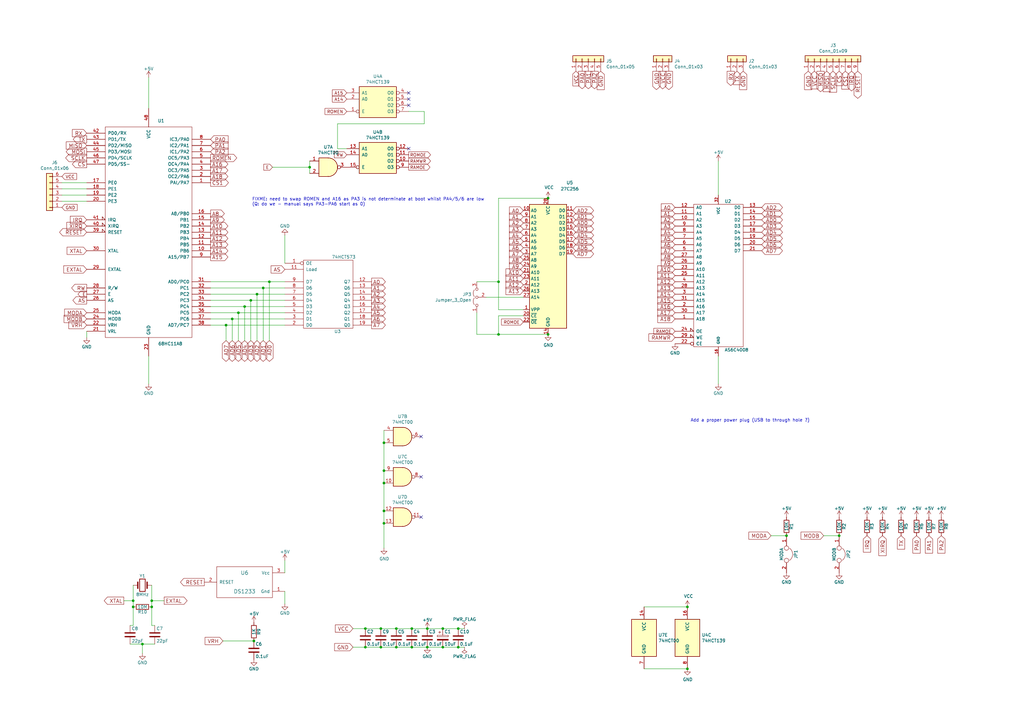
<source format=kicad_sch>
(kicad_sch (version 20211123) (generator eeschema)
  (paper "A3")
  (junction (at 149.86 257.81))
  (junction (at 100.33 125.73))
  (junction (at 162.56 265.43))
  (junction (at 104.14 262.89))
  (junction (at 157.48 198.12))
  (junction (at 110.49 115.57))
  (junction (at 181.61 265.43))
  (junction (at 105.41 120.65))
  (junction (at 156.21 257.81))
  (junction (at 97.79 128.27))
  (junction (at 149.86 265.43))
  (junction (at 157.48 209.55))
  (junction (at 157.48 214.63))
  (junction (at 102.87 123.19))
  (junction (at 175.26 265.43))
  (junction (at 224.79 137.16))
  (junction (at 157.48 181.61))
  (junction (at 54.61 246.38))
  (junction (at 157.48 193.04))
  (junction (at 95.25 130.81))
  (junction (at 127 68.58))
  (junction (at 187.96 265.43))
  (junction (at 204.47 137.16))
  (junction (at 344.17 219.71))
  (junction (at 168.91 265.43))
  (junction (at 187.96 257.81))
  (junction (at 54.61 248.92))
  (junction (at 168.91 257.81))
  (junction (at 175.26 257.81))
  (junction (at 224.79 81.28))
  (junction (at 322.58 219.71))
  (junction (at 281.94 274.32))
  (junction (at 92.71 133.35))
  (junction (at 58.42 264.16))
  (junction (at 181.61 257.81))
  (junction (at 62.23 248.92))
  (junction (at 156.21 265.43))
  (junction (at 281.94 248.92))
  (junction (at 162.56 257.81))
  (junction (at 204.47 115.57))
  (junction (at 62.23 246.38))
  (junction (at 107.95 118.11))
  (no_connect (at 167.64 40.64))
  (no_connect (at 172.72 179.07))
  (no_connect (at 167.64 43.18))
  (no_connect (at 167.64 38.1))
  (no_connect (at 172.72 212.09))
  (no_connect (at 172.72 195.58))
  (no_connect (at 167.64 60.96))
  (wire (pts (xy 105.41 139.7) (xy 105.41 120.65)))
  (wire (pts (xy 92.71 139.7) (xy 92.71 133.35)))
  (wire (pts (xy 91.44 262.89) (xy 104.14 262.89)))
  (wire (pts (xy 181.61 265.43) (xy 187.96 265.43)))
  (wire (pts (xy 25.4 74.93) (xy 35.56 74.93)))
  (wire (pts (xy 157.48 209.55) (xy 157.48 214.63)))
  (wire (pts (xy 97.79 139.7) (xy 97.79 128.27)))
  (wire (pts (xy 35.56 135.89) (xy 35.56 138.43)))
  (wire (pts (xy 168.91 265.43) (xy 175.26 265.43)))
  (wire (pts (xy 62.23 246.38) (xy 62.23 248.92)))
  (wire (pts (xy 162.56 265.43) (xy 168.91 265.43)))
  (wire (pts (xy 110.49 115.57) (xy 116.84 115.57)))
  (wire (pts (xy 156.21 257.81) (xy 162.56 257.81)))
  (wire (pts (xy 156.21 265.43) (xy 162.56 265.43)))
  (wire (pts (xy 127 68.58) (xy 127 71.12)))
  (wire (pts (xy 168.91 257.81) (xy 175.26 257.81)))
  (wire (pts (xy 214.63 121.92) (xy 199.39 121.92)))
  (wire (pts (xy 107.95 139.7) (xy 107.95 118.11)))
  (wire (pts (xy 54.61 240.03) (xy 54.61 246.38)))
  (wire (pts (xy 181.61 257.81) (xy 187.96 257.81)))
  (wire (pts (xy 50.8 246.38) (xy 54.61 246.38)))
  (wire (pts (xy 25.4 80.01) (xy 35.56 80.01)))
  (wire (pts (xy 149.86 265.43) (xy 156.21 265.43)))
  (wire (pts (xy 105.41 120.65) (xy 116.84 120.65)))
  (wire (pts (xy 54.61 256.54) (xy 53.34 256.54)))
  (wire (pts (xy 187.96 257.81) (xy 190.5 257.81)))
  (wire (pts (xy 167.64 45.72) (xy 173.99 45.72)))
  (wire (pts (xy 337.82 219.71) (xy 344.17 219.71)))
  (wire (pts (xy 86.36 118.11) (xy 107.95 118.11)))
  (wire (pts (xy 102.87 139.7) (xy 102.87 123.19)))
  (wire (pts (xy 54.61 246.38) (xy 54.61 248.92)))
  (wire (pts (xy 102.87 123.19) (xy 116.84 123.19)))
  (wire (pts (xy 214.63 129.54) (xy 204.47 129.54)))
  (wire (pts (xy 173.99 45.72) (xy 173.99 50.8)))
  (wire (pts (xy 294.64 80.01) (xy 294.64 66.04)))
  (wire (pts (xy 62.23 248.92) (xy 62.23 256.54)))
  (wire (pts (xy 157.48 214.63) (xy 157.48 224.79)))
  (wire (pts (xy 95.25 139.7) (xy 95.25 130.81)))
  (wire (pts (xy 116.84 96.52) (xy 116.84 107.95)))
  (wire (pts (xy 264.16 248.92) (xy 281.94 248.92)))
  (wire (pts (xy 92.71 133.35) (xy 116.84 133.35)))
  (wire (pts (xy 35.56 82.55) (xy 25.4 82.55)))
  (wire (pts (xy 86.36 123.19) (xy 102.87 123.19)))
  (wire (pts (xy 204.47 129.54) (xy 204.47 137.16)))
  (wire (pts (xy 138.43 50.8) (xy 138.43 60.96)))
  (wire (pts (xy 204.47 81.28) (xy 224.79 81.28)))
  (wire (pts (xy 67.31 246.38) (xy 62.23 246.38)))
  (wire (pts (xy 214.63 127) (xy 204.47 127)))
  (wire (pts (xy 204.47 127) (xy 204.47 115.57)))
  (wire (pts (xy 294.64 146.05) (xy 294.64 157.48)))
  (wire (pts (xy 35.56 77.47) (xy 25.4 77.47)))
  (wire (pts (xy 195.58 137.16) (xy 204.47 137.16)))
  (wire (pts (xy 175.26 265.43) (xy 181.61 265.43)))
  (wire (pts (xy 157.48 176.53) (xy 157.48 181.61)))
  (wire (pts (xy 86.36 120.65) (xy 105.41 120.65)))
  (wire (pts (xy 58.42 264.16) (xy 58.42 267.97)))
  (wire (pts (xy 195.58 115.57) (xy 204.47 115.57)))
  (wire (pts (xy 100.33 139.7) (xy 100.33 125.73)))
  (wire (pts (xy 86.36 115.57) (xy 110.49 115.57)))
  (wire (pts (xy 175.26 257.81) (xy 181.61 257.81)))
  (wire (pts (xy 60.96 146.05) (xy 60.96 157.48)))
  (wire (pts (xy 127 66.04) (xy 127 68.58)))
  (wire (pts (xy 204.47 115.57) (xy 204.47 81.28)))
  (wire (pts (xy 157.48 198.12) (xy 157.48 209.55)))
  (wire (pts (xy 60.96 44.45) (xy 60.96 31.75)))
  (wire (pts (xy 162.56 257.81) (xy 168.91 257.81)))
  (wire (pts (xy 86.36 128.27) (xy 97.79 128.27)))
  (wire (pts (xy 86.36 133.35) (xy 92.71 133.35)))
  (wire (pts (xy 62.23 256.54) (xy 63.5 256.54)))
  (wire (pts (xy 97.79 128.27) (xy 116.84 128.27)))
  (wire (pts (xy 107.95 118.11) (xy 116.84 118.11)))
  (wire (pts (xy 157.48 193.04) (xy 157.48 198.12)))
  (wire (pts (xy 149.86 257.81) (xy 156.21 257.81)))
  (wire (pts (xy 100.33 125.73) (xy 116.84 125.73)))
  (wire (pts (xy 138.43 60.96) (xy 142.24 60.96)))
  (wire (pts (xy 86.36 130.81) (xy 95.25 130.81)))
  (wire (pts (xy 144.78 257.81) (xy 149.86 257.81)))
  (wire (pts (xy 116.84 234.95) (xy 116.84 229.87)))
  (wire (pts (xy 187.96 265.43) (xy 190.5 265.43)))
  (wire (pts (xy 264.16 274.32) (xy 281.94 274.32)))
  (wire (pts (xy 95.25 130.81) (xy 116.84 130.81)))
  (wire (pts (xy 316.23 219.71) (xy 322.58 219.71)))
  (wire (pts (xy 173.99 50.8) (xy 138.43 50.8)))
  (wire (pts (xy 157.48 181.61) (xy 157.48 193.04)))
  (wire (pts (xy 53.34 264.16) (xy 58.42 264.16)))
  (wire (pts (xy 204.47 137.16) (xy 224.79 137.16)))
  (wire (pts (xy 54.61 248.92) (xy 54.61 256.54)))
  (wire (pts (xy 110.49 139.7) (xy 110.49 115.57)))
  (wire (pts (xy 111.76 68.58) (xy 127 68.58)))
  (wire (pts (xy 195.58 128.27) (xy 195.58 137.16)))
  (wire (pts (xy 58.42 264.16) (xy 63.5 264.16)))
  (wire (pts (xy 144.78 265.43) (xy 149.86 265.43)))
  (wire (pts (xy 86.36 125.73) (xy 100.33 125.73)))
  (wire (pts (xy 62.23 240.03) (xy 62.23 246.38)))
  (wire (pts (xy 116.84 242.57) (xy 116.84 247.65)))
  (text "FIXME: need to swap ROMEN and A16 as PA3 is not determinate at boot whilst PA4/5/6 are low\n(Q: do we - manual says PA3-PA6 start as 0)\n" (at 103.378 84.582 0) (effects (font (size 1.27 1.27)) (justify left bottom)))
  (text "Add a proper power plug (USB to through hole ?)\n" (at 283.21 173.228 0) (effects (font (size 1.27 1.27)) (justify left bottom)))
  (global_label "TX" (shape output) (at 35.56 57.15 180) (effects (font (size 1.524 1.524))) (property "Intersheet References" "${INTERSHEET_REFS}" (effects hide)))
  (global_label "A4" (shape output) (at 152.4 125.73 0) (effects (font (size 1.524 1.524))) (property "Intersheet References" "${INTERSHEET_REFS}" (effects hide)))
  (global_label "AD7" (shape tri_state) (at 312.42 102.87 0) (effects (font (size 1.524 1.524))) (property "Intersheet References" "${INTERSHEET_REFS}" (effects hide)))
  (global_label "A7" (shape input) (at 214.63 104.14 180) (effects (font (size 1.524 1.524))) (property "Intersheet References" "${INTERSHEET_REFS}" (effects hide)))
  (global_label "A11" (shape input) (at 214.63 114.3 180) (effects (font (size 1.524 1.524))) (property "Intersheet References" "${INTERSHEET_REFS}" (effects hide)))
  (global_label "AD3" (shape tri_state) (at 312.42 92.71 0) (effects (font (size 1.524 1.524))) (property "Intersheet References" "${INTERSHEET_REFS}" (effects hide)))
  (global_label "AD1" (shape tri_state) (at 107.95 139.7 270) (effects (font (size 1.524 1.524))) (property "Intersheet References" "${INTERSHEET_REFS}" (effects hide)))
  (global_label "XTAL" (shape input) (at 35.56 102.87 180) (effects (font (size 1.524 1.524))) (property "Intersheet References" "${INTERSHEET_REFS}" (effects hide)))
  (global_label "GND" (shape input) (at 25.4 85.09 0) (property "Intersheet References" "${INTERSHEET_REFS}" (effects hide)))
  (global_label "A9" (shape input) (at 276.86 107.95 180) (effects (font (size 1.524 1.524))) (property "Intersheet References" "${INTERSHEET_REFS}" (effects hide)))
  (global_label "AD3" (shape tri_state) (at 102.87 139.7 270) (effects (font (size 1.524 1.524))) (property "Intersheet References" "${INTERSHEET_REFS}" (effects hide)))
  (global_label "PA1" (shape input) (at 381 219.71 270) (effects (font (size 1.524 1.524))) (property "Intersheet References" "${INTERSHEET_REFS}" (effects hide)))
  (global_label "PA1" (shape output) (at 241.3 29.21 270) (effects (font (size 1.524 1.524))) (property "Intersheet References" "${INTERSHEET_REFS}" (effects hide)))
  (global_label "A1" (shape input) (at 276.86 87.63 180) (effects (font (size 1.524 1.524))) (property "Intersheet References" "${INTERSHEET_REFS}" (effects hide)))
  (global_label "A15" (shape input) (at 276.86 123.19 180) (effects (font (size 1.524 1.524))) (property "Intersheet References" "${INTERSHEET_REFS}" (effects hide)))
  (global_label "A17" (shape output) (at 86.36 69.85 0) (effects (font (size 1.524 1.524))) (property "Intersheet References" "${INTERSHEET_REFS}" (effects hide)))
  (global_label "PA2" (shape output) (at 243.84 29.21 270) (effects (font (size 1.524 1.524))) (property "Intersheet References" "${INTERSHEET_REFS}" (effects hide)))
  (global_label "RAMOE" (shape output) (at 167.64 68.58 0) (property "Intersheet References" "${INTERSHEET_REFS}" (effects hide)))
  (global_label "CS" (shape output) (at 35.56 67.31 180) (effects (font (size 1.524 1.524))) (property "Intersheet References" "${INTERSHEET_REFS}" (effects hide)))
  (global_label "TX" (shape input) (at 302.26 29.21 270) (effects (font (size 1.524 1.524))) (property "Intersheet References" "${INTERSHEET_REFS}" (effects hide)))
  (global_label "A1" (shape input) (at 214.63 88.9 180) (effects (font (size 1.524 1.524))) (property "Intersheet References" "${INTERSHEET_REFS}" (effects hide)))
  (global_label "A5" (shape input) (at 276.86 97.79 180) (effects (font (size 1.524 1.524))) (property "Intersheet References" "${INTERSHEET_REFS}" (effects hide)))
  (global_label "AD6" (shape tri_state) (at 95.25 139.7 270) (effects (font (size 1.524 1.524))) (property "Intersheet References" "${INTERSHEET_REFS}" (effects hide)))
  (global_label "MODB" (shape input) (at 337.82 219.71 180) (effects (font (size 1.524 1.524))) (property "Intersheet References" "${INTERSHEET_REFS}" (effects hide)))
  (global_label "RAMOE" (shape input) (at 276.86 135.89 180) (property "Intersheet References" "${INTERSHEET_REFS}" (effects hide)))
  (global_label "AD2" (shape tri_state) (at 234.95 86.36 0) (effects (font (size 1.524 1.524))) (property "Intersheet References" "${INTERSHEET_REFS}" (effects hide)))
  (global_label "RAMWR" (shape output) (at 167.64 66.04 0) (property "Intersheet References" "${INTERSHEET_REFS}" (effects hide)))
  (global_label "A12" (shape input) (at 214.63 116.84 180) (effects (font (size 1.524 1.524))) (property "Intersheet References" "${INTERSHEET_REFS}" (effects hide)))
  (global_label "A11" (shape output) (at 86.36 95.25 0) (effects (font (size 1.524 1.524))) (property "Intersheet References" "${INTERSHEET_REFS}" (effects hide)))
  (global_label "A2" (shape input) (at 214.63 91.44 180) (effects (font (size 1.524 1.524))) (property "Intersheet References" "${INTERSHEET_REFS}" (effects hide)))
  (global_label "RESET" (shape tri_state) (at 35.56 95.25 180) (effects (font (size 1.524 1.524))) (property "Intersheet References" "${INTERSHEET_REFS}" (effects hide)))
  (global_label "AD0" (shape tri_state) (at 110.49 139.7 270) (effects (font (size 1.524 1.524))) (property "Intersheet References" "${INTERSHEET_REFS}" (effects hide)))
  (global_label "SCLK" (shape input) (at 341.63 29.21 270) (effects (font (size 1.524 1.524))) (property "Intersheet References" "${INTERSHEET_REFS}" (effects hide)))
  (global_label "AD5" (shape tri_state) (at 97.79 139.7 270) (effects (font (size 1.524 1.524))) (property "Intersheet References" "${INTERSHEET_REFS}" (effects hide)))
  (global_label "A4" (shape input) (at 276.86 95.25 180) (effects (font (size 1.524 1.524))) (property "Intersheet References" "${INTERSHEET_REFS}" (effects hide)))
  (global_label "ROMEN" (shape output) (at 86.36 64.77 0) (effects (font (size 1.524 1.524))) (property "Intersheet References" "${INTERSHEET_REFS}" (effects hide)))
  (global_label "A10" (shape output) (at 86.36 92.71 0) (effects (font (size 1.524 1.524))) (property "Intersheet References" "${INTERSHEET_REFS}" (effects hide)))
  (global_label "AD4" (shape tri_state) (at 312.42 95.25 0) (effects (font (size 1.524 1.524))) (property "Intersheet References" "${INTERSHEET_REFS}" (effects hide)))
  (global_label "VCC" (shape input) (at 25.4 72.39 0) (property "Intersheet References" "${INTERSHEET_REFS}" (effects hide)))
  (global_label "ROMEN" (shape input) (at 142.24 45.72 180) (property "Intersheet References" "${INTERSHEET_REFS}" (effects hide)))
  (global_label "VRH" (shape input) (at 91.44 262.89 180) (effects (font (size 1.524 1.524))) (property "Intersheet References" "${INTERSHEET_REFS}" (effects hide)))
  (global_label "GND" (shape output) (at 274.32 29.21 270) (effects (font (size 1.524 1.524))) (property "Intersheet References" "${INTERSHEET_REFS}" (effects hide)))
  (global_label "E" (shape output) (at 35.56 120.65 180) (property "Intersheet References" "${INTERSHEET_REFS}" (effects hide)))
  (global_label "MODB" (shape input) (at 35.56 130.81 180) (effects (font (size 1.524 1.524))) (property "Intersheet References" "${INTERSHEET_REFS}" (effects hide)))
  (global_label "RW" (shape input) (at 142.24 63.5 180) (property "Intersheet References" "${INTERSHEET_REFS}" (effects hide)))
  (global_label "AD6" (shape tri_state) (at 312.42 100.33 0) (effects (font (size 1.524 1.524))) (property "Intersheet References" "${INTERSHEET_REFS}" (effects hide)))
  (global_label "IRQ" (shape input) (at 355.6 219.71 270) (effects (font (size 1.524 1.524))) (property "Intersheet References" "${INTERSHEET_REFS}" (effects hide)))
  (global_label "PA1" (shape input) (at 86.36 59.69 0) (effects (font (size 1.524 1.524))) (property "Intersheet References" "${INTERSHEET_REFS}" (effects hide)))
  (global_label "A8" (shape input) (at 276.86 105.41 180) (effects (font (size 1.524 1.524))) (property "Intersheet References" "${INTERSHEET_REFS}" (effects hide)))
  (global_label "A13" (shape input) (at 276.86 118.11 180) (effects (font (size 1.524 1.524))) (property "Intersheet References" "${INTERSHEET_REFS}" (effects hide)))
  (global_label "A6" (shape input) (at 214.63 101.6 180) (effects (font (size 1.524 1.524))) (property "Intersheet References" "${INTERSHEET_REFS}" (effects hide)))
  (global_label "A6" (shape output) (at 152.4 130.81 0) (effects (font (size 1.524 1.524))) (property "Intersheet References" "${INTERSHEET_REFS}" (effects hide)))
  (global_label "MODA" (shape input) (at 35.56 128.27 180) (effects (font (size 1.524 1.524))) (property "Intersheet References" "${INTERSHEET_REFS}" (effects hide)))
  (global_label "VCC" (shape input) (at 236.22 29.21 270) (property "Intersheet References" "${INTERSHEET_REFS}" (effects hide)))
  (global_label "AD7" (shape tri_state) (at 92.71 139.7 270) (effects (font (size 1.524 1.524))) (property "Intersheet References" "${INTERSHEET_REFS}" (effects hide)))
  (global_label "A18" (shape input) (at 276.86 130.81 180) (effects (font (size 1.524 1.524))) (property "Intersheet References" "${INTERSHEET_REFS}" (effects hide)))
  (global_label "A0" (shape input) (at 214.63 86.36 180) (effects (font (size 1.524 1.524))) (property "Intersheet References" "${INTERSHEET_REFS}" (effects hide)))
  (global_label "MISO" (shape input) (at 35.56 59.69 180) (effects (font (size 1.524 1.524))) (property "Intersheet References" "${INTERSHEET_REFS}" (effects hide)))
  (global_label "A5" (shape output) (at 152.4 128.27 0) (effects (font (size 1.524 1.524))) (property "Intersheet References" "${INTERSHEET_REFS}" (effects hide)))
  (global_label "AS" (shape output) (at 35.56 123.19 180) (effects (font (size 1.524 1.524))) (property "Intersheet References" "${INTERSHEET_REFS}" (effects hide)))
  (global_label "MODA" (shape input) (at 316.23 219.71 180) (effects (font (size 1.524 1.524))) (property "Intersheet References" "${INTERSHEET_REFS}" (effects hide)))
  (global_label "A15" (shape output) (at 86.36 105.41 0) (effects (font (size 1.524 1.524))) (property "Intersheet References" "${INTERSHEET_REFS}" (effects hide)))
  (global_label "VRH" (shape input) (at 35.56 133.35 180) (effects (font (size 1.524 1.524))) (property "Intersheet References" "${INTERSHEET_REFS}" (effects hide)))
  (global_label "RX" (shape input) (at 35.56 54.61 180) (effects (font (size 1.524 1.524))) (property "Intersheet References" "${INTERSHEET_REFS}" (effects hide)))
  (global_label "AD2" (shape tri_state) (at 105.41 139.7 270) (effects (font (size 1.524 1.524))) (property "Intersheet References" "${INTERSHEET_REFS}" (effects hide)))
  (global_label "A3" (shape output) (at 152.4 123.19 0) (effects (font (size 1.524 1.524))) (property "Intersheet References" "${INTERSHEET_REFS}" (effects hide)))
  (global_label "A1" (shape output) (at 152.4 118.11 0) (effects (font (size 1.524 1.524))) (property "Intersheet References" "${INTERSHEET_REFS}" (effects hide)))
  (global_label "AD5" (shape tri_state) (at 234.95 99.06 0) (effects (font (size 1.524 1.524))) (property "Intersheet References" "${INTERSHEET_REFS}" (effects hide)))
  (global_label "A14" (shape input) (at 276.86 120.65 180) (effects (font (size 1.524 1.524))) (property "Intersheet References" "${INTERSHEET_REFS}" (effects hide)))
  (global_label "EXTAL" (shape input) (at 35.56 110.49 180) (effects (font (size 1.524 1.524))) (property "Intersheet References" "${INTERSHEET_REFS}" (effects hide)))
  (global_label "A7" (shape input) (at 276.86 102.87 180) (effects (font (size 1.524 1.524))) (property "Intersheet References" "${INTERSHEET_REFS}" (effects hide)))
  (global_label "VCC" (shape input) (at 144.78 257.81 180) (effects (font (size 1.524 1.524))) (property "Intersheet References" "${INTERSHEET_REFS}" (effects hide)))
  (global_label "A9" (shape input) (at 214.63 109.22 180) (effects (font (size 1.524 1.524))) (property "Intersheet References" "${INTERSHEET_REFS}" (effects hide)))
  (global_label "AD2" (shape tri_state) (at 312.42 85.09 0) (effects (font (size 1.524 1.524))) (property "Intersheet References" "${INTERSHEET_REFS}" (effects hide)))
  (global_label "E" (shape input) (at 111.76 68.58 180) (property "Intersheet References" "${INTERSHEET_REFS}" (effects hide)))
  (global_label "A9" (shape output) (at 86.36 90.17 0) (effects (font (size 1.524 1.524))) (property "Intersheet References" "${INTERSHEET_REFS}" (effects hide)))
  (global_label "A14" (shape output) (at 86.36 102.87 0) (effects (font (size 1.524 1.524))) (property "Intersheet References" "${INTERSHEET_REFS}" (effects hide)))
  (global_label "A11" (shape input) (at 276.86 113.03 180) (effects (font (size 1.524 1.524))) (property "Intersheet References" "${INTERSHEET_REFS}" (effects hide)))
  (global_label "A12" (shape input) (at 276.86 115.57 180) (effects (font (size 1.524 1.524))) (property "Intersheet References" "${INTERSHEET_REFS}" (effects hide)))
  (global_label "A6" (shape input) (at 276.86 100.33 180) (effects (font (size 1.524 1.524))) (property "Intersheet References" "${INTERSHEET_REFS}" (effects hide)))
  (global_label "GND" (shape input) (at 144.78 265.43 180) (effects (font (size 1.524 1.524))) (property "Intersheet References" "${INTERSHEET_REFS}" (effects hide)))
  (global_label "A13" (shape output) (at 86.36 100.33 0) (effects (font (size 1.524 1.524))) (property "Intersheet References" "${INTERSHEET_REFS}" (effects hide)))
  (global_label "AD4" (shape tri_state) (at 100.33 139.7 270) (effects (font (size 1.524 1.524))) (property "Intersheet References" "${INTERSHEET_REFS}" (effects hide)))
  (global_label "CS" (shape input) (at 344.17 29.21 270) (effects (font (size 1.524 1.524))) (property "Intersheet References" "${INTERSHEET_REFS}" (effects hide)))
  (global_label "CS1" (shape input) (at 346.71 29.21 270) (effects (font (size 1.524 1.524))) (property "Intersheet References" "${INTERSHEET_REFS}" (effects hide)))
  (global_label "A5" (shape input) (at 214.63 99.06 180) (effects (font (size 1.524 1.524))) (property "Intersheet References" "${INTERSHEET_REFS}" (effects hide)))
  (global_label "GND" (shape output) (at 269.24 29.21 270) (effects (font (size 1.524 1.524))) (property "Intersheet References" "${INTERSHEET_REFS}" (effects hide)))
  (global_label "A8" (shape input) (at 214.63 106.68 180) (effects (font (size 1.524 1.524))) (property "Intersheet References" "${INTERSHEET_REFS}" (effects hide)))
  (global_label "A10" (shape input) (at 276.86 110.49 180) (effects (font (size 1.524 1.524))) (property "Intersheet References" "${INTERSHEET_REFS}" (effects hide)))
  (global_label "AD4" (shape tri_state) (at 234.95 96.52 0) (effects (font (size 1.524 1.524))) (property "Intersheet References" "${INTERSHEET_REFS}" (effects hide)))
  (global_label "A16" (shape output) (at 86.36 67.31 0) (effects (font (size 1.524 1.524))) (property "Intersheet References" "${INTERSHEET_REFS}" (effects hide)))
  (global_label "PA2" (shape input) (at 86.36 62.23 0) (effects (font (size 1.524 1.524))) (property "Intersheet References" "${INTERSHEET_REFS}" (effects hide)))
  (global_label "AD7" (shape tri_state) (at 234.95 104.14 0) (effects (font (size 1.524 1.524))) (property "Intersheet References" "${INTERSHEET_REFS}" (effects hide)))
  (global_label "XTAL" (shape output) (at 50.8 246.38 180) (effects (font (size 1.524 1.524))) (property "Intersheet References" "${INTERSHEET_REFS}" (effects hide)))
  (global_label "RAMWR" (shape input) (at 276.86 138.43 180) (effects (font (size 1.524 1.524))) (property "Intersheet References" "${INTERSHEET_REFS}" (effects hide)))
  (global_label "VCC" (shape input) (at 334.01 29.21 270) (effects (font (size 1.524 1.524))) (property "Intersheet References" "${INTERSHEET_REFS}" (effects hide)))
  (global_label "A17" (shape input) (at 276.86 128.27 180) (effects (font (size 1.524 1.524))) (property "Intersheet References" "${INTERSHEET_REFS}" (effects hide)))
  (global_label "MISO" (shape output) (at 336.55 29.21 270) (effects (font (size 1.524 1.524))) (property "Intersheet References" "${INTERSHEET_REFS}" (effects hide)))
  (global_label "MOSI" (shape output) (at 35.56 62.23 180) (effects (font (size 1.524 1.524))) (property "Intersheet References" "${INTERSHEET_REFS}" (effects hide)))
  (global_label "A3" (shape input) (at 276.86 92.71 180) (effects (font (size 1.524 1.524))) (property "Intersheet References" "${INTERSHEET_REFS}" (effects hide)))
  (global_label "AD1" (shape tri_state) (at 234.95 88.9 0) (effects (font (size 1.524 1.524))) (property "Intersheet References" "${INTERSHEET_REFS}" (effects hide)))
  (global_label "A13" (shape input) (at 214.63 119.38 180) (effects (font (size 1.524 1.524))) (property "Intersheet References" "${INTERSHEET_REFS}" (effects hide)))
  (global_label "GND" (shape input) (at 331.47 29.21 270) (effects (font (size 1.524 1.524))) (property "Intersheet References" "${INTERSHEET_REFS}" (effects hide)))
  (global_label "A7" (shape output) (at 152.4 133.35 0) (effects (font (size 1.524 1.524))) (property "Intersheet References" "${INTERSHEET_REFS}" (effects hide)))
  (global_label "PA0" (shape input) (at 86.36 57.15 0) (effects (font (size 1.524 1.524))) (property "Intersheet References" "${INTERSHEET_REFS}" (effects hide)))
  (global_label "A8" (shape output) (at 86.36 87.63 0) (effects (font (size 1.524 1.524))) (property "Intersheet References" "${INTERSHEET_REFS}" (effects hide)))
  (global_label "PA0" (shape input) (at 375.92 219.71 270) (effects (font (size 1.524 1.524))) (property "Intersheet References" "${INTERSHEET_REFS}" (effects hide)))
  (global_label "TX" (shape input) (at 369.57 219.71 270) (effects (font (size 1.524 1.524))) (property "Intersheet References" "${INTERSHEET_REFS}" (effects hide)))
  (global_label "MOSI" (shape input) (at 339.09 29.21 270) (effects (font (size 1.524 1.524))) (property "Intersheet References" "${INTERSHEET_REFS}" (effects hide)))
  (global_label "A18" (shape output) (at 86.36 72.39 0) (effects (font (size 1.524 1.524))) (property "Intersheet References" "${INTERSHEET_REFS}" (effects hide)))
  (global_label "IRQ" (shape tri_state) (at 349.25 29.21 270) (effects (font (size 1.524 1.524))) (property "Intersheet References" "${INTERSHEET_REFS}" (effects hide)))
  (global_label "IRQ" (shape input) (at 35.56 90.17 180) (effects (font (size 1.524 1.524))) (property "Intersheet References" "${INTERSHEET_REFS}" (effects hide)))
  (global_label "PA0" (shape output) (at 238.76 29.21 270) (effects (font (size 1.524 1.524))) (property "Intersheet References" "${INTERSHEET_REFS}" (effects hide)))
  (global_label "AD3" (shape tri_state) (at 234.95 93.98 0) (effects (font (size 1.524 1.524))) (property "Intersheet References" "${INTERSHEET_REFS}" (effects hide)))
  (global_label "VCC" (shape output) (at 271.78 29.21 270) (effects (font (size 1.524 1.524))) (property "Intersheet References" "${INTERSHEET_REFS}" (effects hide)))
  (global_label "A16" (shape input) (at 276.86 125.73 180) (effects (font (size 1.524 1.524))) (property "Intersheet References" "${INTERSHEET_REFS}" (effects hide)))
  (global_label "ROMOE" (shape output) (at 167.64 63.5 0) (property "Intersheet References" "${INTERSHEET_REFS}" (effects hide)))
  (global_label "GND" (shape input) (at 246.38 29.21 270) (effects (font (size 1.524 1.524))) (property "Intersheet References" "${INTERSHEET_REFS}" (effects hide)))
  (global_label "RESET" (shape output) (at 83.82 238.76 180) (effects (font (size 1.524 1.524))) (property "Intersheet References" "${INTERSHEET_REFS}" (effects hide)))
  (global_label "AS" (shape input) (at 116.84 110.49 180) (effects (font (size 1.524 1.524))) (property "Intersheet References" "${INTERSHEET_REFS}" (effects hide)))
  (global_label "A0" (shape output) (at 152.4 115.57 0) (effects (font (size 1.524 1.524))) (property "Intersheet References" "${INTERSHEET_REFS}" (effects hide)))
  (global_label "A14" (shape input) (at 142.24 40.64 180) (property "Intersheet References" "${INTERSHEET_REFS}" (effects hide)))
  (global_label "CS1" (shape output) (at 86.36 74.93 0) (effects (font (size 1.524 1.524))) (property "Intersheet References" "${INTERSHEET_REFS}" (effects hide)))
  (global_label "A15" (shape input) (at 142.24 38.1 180) (property "Intersheet References" "${INTERSHEET_REFS}" (effects hide)))
  (global_label "RW" (shape output) (at 35.56 118.11 180) (effects (font (size 1.524 1.524))) (property "Intersheet References" "${INTERSHEET_REFS}" (effects hide)))
  (global_label "SCLK" (shape output) (at 35.56 64.77 180) (effects (font (size 1.524 1.524))) (property "Intersheet References" "${INTERSHEET_REFS}" (effects hide)))
  (global_label "EXTAL" (shape output) (at 67.31 246.38 0) (effects (font (size 1.524 1.524))) (property "Intersheet References" "${INTERSHEET_REFS}" (effects hide)))
  (global_label "A10" (shape input) (at 214.63 111.76 180) (effects (font (size 1.524 1.524))) (property "Intersheet References" "${INTERSHEET_REFS}" (effects hide)))
  (global_label "A0" (shape input) (at 276.86 85.09 180) (effects (font (size 1.524 1.524))) (property "Intersheet References" "${INTERSHEET_REFS}" (effects hide)))
  (global_label "RX" (shape output) (at 299.72 29.21 270) (effects (font (size 1.524 1.524))) (property "Intersheet References" "${INTERSHEET_REFS}" (effects hide)))
  (global_label "A3" (shape input) (at 214.63 93.98 180) (effects (font (size 1.524 1.524))) (property "Intersheet References" "${INTERSHEET_REFS}" (effects hide)))
  (global_label "XIRQ" (shape input) (at 35.56 92.71 180) (effects (font (size 1.524 1.524))) (property "Intersheet References" "${INTERSHEET_REFS}" (effects hide)))
  (global_label "AD1" (shape tri_state) (at 312.42 87.63 0) (effects (font (size 1.524 1.524))) (property "Intersheet References" "${INTERSHEET_REFS}" (effects hide)))
  (global_label "ROMOE" (shape input) (at 214.63 132.08 180) (property "Intersheet References" "${INTERSHEET_REFS}" (effects hide)))
  (global_label "A4" (shape input) (at 214.63 96.52 180) (effects (font (size 1.524 1.524))) (property "Intersheet References" "${INTERSHEET_REFS}" (effects hide)))
  (global_label "PA2" (shape input) (at 386.08 219.71 270) (effects (font (size 1.524 1.524))) (property "Intersheet References" "${INTERSHEET_REFS}" (effects hide)))
  (global_label "A2" (shape input) (at 276.86 90.17 180) (effects (font (size 1.524 1.524))) (property "Intersheet References" "${INTERSHEET_REFS}" (effects hide)))
  (global_label "AD5" (shape tri_state) (at 312.42 97.79 0) (effects (font (size 1.524 1.524))) (property "Intersheet References" "${INTERSHEET_REFS}" (effects hide)))
  (global_label "A2" (shape output) (at 152.4 120.65 0) (effects (font (size 1.524 1.524))) (property "Intersheet References" "${INTERSHEET_REFS}" (effects hide)))
  (global_label "RESET" (shape tri_state) (at 351.79 29.21 270) (effects (font (size 1.524 1.524))) (property "Intersheet References" "${INTERSHEET_REFS}" (effects hide)))
  (global_label "GND" (shape input) (at 304.8 29.21 270) (effects (font (size 1.524 1.524))) (property "Intersheet References" "${INTERSHEET_REFS}" (effects hide)))
  (global_label "AD6" (shape tri_state) (at 234.95 101.6 0) (effects (font (size 1.524 1.524))) (property "Intersheet References" "${INTERSHEET_REFS}" (effects hide)))
  (global_label "AD0" (shape tri_state) (at 234.95 91.44 0) (effects (font (size 1.524 1.524))) (property "Intersheet References" "${INTERSHEET_REFS}" (effects hide)))
  (global_label "A12" (shape output) (at 86.36 97.79 0) (effects (font (size 1.524 1.524))) (property "Intersheet References" "${INTERSHEET_REFS}" (effects hide)))
  (global_label "XIRQ" (shape input) (at 361.95 219.71 270) (effects (font (size 1.524 1.524))) (property "Intersheet References" "${INTERSHEET_REFS}" (effects hide)))
  (global_label "AD0" (shape tri_state) (at 312.42 90.17 0) (effects (font (size 1.524 1.524))) (property "Intersheet References" "${INTERSHEET_REFS}" (effects hide)))
  (symbol (lib_id "68hc11-rescue:68HC11A8") (at 60.96 95.25 0) (unit 1)
    (property "Reference" "U1" (at 66.04 49.53 0))
    (property "Value" "68HC11A8" (at 69.85 140.97 0))
    (property "Footprint" "Housings_DIP:DIP-48_W15.24mm" (effects hide))
  )
  (symbol (lib_id "68hc11-rescue:74LS573") (at 134.62 120.65 0) (mirror x) (unit 1)
    (property "Reference" "U3" (at 138.43 135.89 0))
    (property "Value" "74HCT573" (at 140.97 105.41 0))
    (property "Footprint" "Housings_DIP:DIP-20_W7.62mm" (effects hide))
  )
  (symbol (lib_id "power:+5V") (at 60.96 31.75 0) (unit 1)
    (property "Reference" "#PWR01" (effects hide))
    (property "Value" "+5V" (at 60.96 28.194 0))
  )
  (symbol (lib_id "power:GND") (at 60.96 157.48 0) (unit 1)
    (property "Reference" "#PWR02" (effects hide))
    (property "Value" "GND" (at 60.96 161.29 0))
  )
  (symbol (lib_id "power:GND") (at 116.84 96.52 0) (mirror x) (unit 1)
    (property "Reference" "#PWR03" (effects hide))
    (property "Value" "GND" (at 116.84 92.71 0))
  )
  (symbol (lib_id "68hc11-rescue:SRAM_512Ko") (at 294.64 113.03 0) (unit 1)
    (property "Reference" "U2" (at 297.18 82.55 0) (effects (justify left)))
    (property "Value" "AS6C4008" (at 297.18 143.51 0) (effects (justify left)))
    (property "Footprint" "Housings_DIP:DIP-32_W15.24mm" (effects hide))
  )
  (symbol (lib_id "power:+5V") (at 294.64 66.04 0) (unit 1)
    (property "Reference" "#PWR04" (effects hide))
    (property "Value" "+5V" (at 294.64 62.484 0))
  )
  (symbol (lib_id "power:GND") (at 294.64 157.48 0) (unit 1)
    (property "Reference" "#PWR05" (effects hide))
    (property "Value" "GND" (at 294.64 161.29 0))
  )
  (symbol (lib_id "power:+5V") (at 322.58 212.09 0) (unit 1)
    (property "Reference" "#PWR06" (effects hide))
    (property "Value" "+5V" (at 322.58 208.534 0))
  )
  (symbol (lib_id "68hc11-rescue:R") (at 322.58 215.9 0) (unit 1)
    (property "Reference" "R1" (at 324.612 215.9 90))
    (property "Value" "10K" (at 322.58 215.9 90))
    (property "Footprint" "Resistors_THT:R_Axial_DIN0207_L6.3mm_D2.5mm_P10.16mm_Horizontal" (effects hide))
  )
  (symbol (lib_id "68hc11-rescue:Jumper") (at 322.58 227.33 270) (unit 1)
    (property "Reference" "JP1" (at 326.39 227.33 0))
    (property "Value" "MODA" (at 320.548 227.33 0))
    (property "Footprint" "Connector_PinHeader_2.54mm:PinHeader_1x02_P2.54mm_Vertical" (effects hide))
  )
  (symbol (lib_id "power:GND") (at 322.58 234.95 0) (unit 1)
    (property "Reference" "#PWR07" (effects hide))
    (property "Value" "GND" (at 322.58 238.76 0))
  )
  (symbol (lib_id "power:+5V") (at 344.17 212.09 0) (unit 1)
    (property "Reference" "#PWR08" (effects hide))
    (property "Value" "+5V" (at 344.17 208.534 0))
  )
  (symbol (lib_id "68hc11-rescue:R") (at 344.17 215.9 0) (unit 1)
    (property "Reference" "R2" (at 346.202 215.9 90))
    (property "Value" "10K" (at 344.17 215.9 90))
    (property "Footprint" "Resistors_THT:R_Axial_DIN0207_L6.3mm_D2.5mm_P10.16mm_Horizontal" (effects hide))
  )
  (symbol (lib_id "68hc11-rescue:Jumper") (at 344.17 227.33 270) (unit 1)
    (property "Reference" "JP2" (at 347.98 227.33 0))
    (property "Value" "MODB" (at 342.138 227.33 0))
    (property "Footprint" "Connector_PinHeader_2.54mm:PinHeader_1x02_P2.54mm_Vertical" (effects hide))
  )
  (symbol (lib_id "power:GND") (at 344.17 234.95 0) (unit 1)
    (property "Reference" "#PWR09" (effects hide))
    (property "Value" "GND" (at 344.17 238.76 0))
  )
  (symbol (lib_id "power:+5V") (at 355.6 212.09 0) (unit 1)
    (property "Reference" "#PWR010" (effects hide))
    (property "Value" "+5V" (at 355.6 208.534 0))
  )
  (symbol (lib_id "68hc11-rescue:R") (at 355.6 215.9 0) (unit 1)
    (property "Reference" "R3" (at 357.632 215.9 90))
    (property "Value" "10K" (at 355.6 215.9 90))
    (property "Footprint" "Resistors_THT:R_Axial_DIN0207_L6.3mm_D2.5mm_P10.16mm_Horizontal" (effects hide))
  )
  (symbol (lib_id "power:+5V") (at 361.95 212.09 0) (unit 1)
    (property "Reference" "#PWR011" (effects hide))
    (property "Value" "+5V" (at 361.95 208.534 0))
  )
  (symbol (lib_id "68hc11-rescue:R") (at 361.95 215.9 0) (unit 1)
    (property "Reference" "R4" (at 363.982 215.9 90))
    (property "Value" "10K" (at 361.95 215.9 90))
    (property "Footprint" "Resistors_THT:R_Axial_DIN0207_L6.3mm_D2.5mm_P10.16mm_Horizontal" (effects hide))
  )
  (symbol (lib_id "power:+5V") (at 369.57 212.09 0) (unit 1)
    (property "Reference" "#PWR012" (effects hide))
    (property "Value" "+5V" (at 369.57 208.534 0))
  )
  (symbol (lib_id "68hc11-rescue:R") (at 369.57 215.9 0) (unit 1)
    (property "Reference" "R5" (at 371.602 215.9 90))
    (property "Value" "10K" (at 369.57 215.9 90))
    (property "Footprint" "Resistors_THT:R_Axial_DIN0207_L6.3mm_D2.5mm_P10.16mm_Horizontal" (effects hide))
  )
  (symbol (lib_id "power:+5V") (at 375.92 212.09 0) (unit 1)
    (property "Reference" "#PWR013" (effects hide))
    (property "Value" "+5V" (at 375.92 208.534 0))
  )
  (symbol (lib_id "68hc11-rescue:R") (at 375.92 215.9 0) (unit 1)
    (property "Reference" "R6" (at 377.952 215.9 90))
    (property "Value" "10K" (at 375.92 215.9 90))
    (property "Footprint" "Resistors_THT:R_Axial_DIN0207_L6.3mm_D2.5mm_P10.16mm_Horizontal" (effects hide))
  )
  (symbol (lib_id "power:+5V") (at 381 212.09 0) (unit 1)
    (property "Reference" "#PWR014" (effects hide))
    (property "Value" "+5V" (at 381 208.534 0))
  )
  (symbol (lib_id "68hc11-rescue:R") (at 381 215.9 0) (unit 1)
    (property "Reference" "R7" (at 383.032 215.9 90))
    (property "Value" "10K" (at 381 215.9 90))
    (property "Footprint" "Resistors_THT:R_Axial_DIN0207_L6.3mm_D2.5mm_P10.16mm_Horizontal" (effects hide))
  )
  (symbol (lib_id "power:+5V") (at 386.08 212.09 0) (unit 1)
    (property "Reference" "#PWR015" (effects hide))
    (property "Value" "+5V" (at 386.08 208.534 0))
  )
  (symbol (lib_id "68hc11-rescue:R") (at 386.08 215.9 0) (unit 1)
    (property "Reference" "R8" (at 388.112 215.9 90))
    (property "Value" "10K" (at 386.08 215.9 90))
    (property "Footprint" "Resistors_THT:R_Axial_DIN0207_L6.3mm_D2.5mm_P10.16mm_Horizontal" (effects hide))
  )
  (symbol (lib_id "68hc11-rescue:R") (at 104.14 259.08 0) (unit 1)
    (property "Reference" "R9" (at 106.172 259.08 90))
    (property "Value" "1K" (at 104.14 259.08 90))
    (property "Footprint" "Resistors_THT:R_Axial_DIN0207_L6.3mm_D2.5mm_P10.16mm_Horizontal" (effects hide))
  )
  (symbol (lib_id "68hc11-rescue:C") (at 104.14 266.7 0) (unit 1)
    (property "Reference" "C6" (at 104.775 264.16 0) (effects (justify left)))
    (property "Value" "0.1uF" (at 104.775 269.24 0) (effects (justify left)))
    (property "Footprint" "Capacitor_THT:C_Disc_D3.0mm_W1.6mm_P2.50mm" (effects hide))
  )
  (symbol (lib_id "power:+5V") (at 104.14 255.27 0) (unit 1)
    (property "Reference" "#PWR016" (effects hide))
    (property "Value" "+5V" (at 104.14 251.714 0))
  )
  (symbol (lib_id "power:GND") (at 104.14 270.51 0) (unit 1)
    (property "Reference" "#PWR017" (effects hide))
    (property "Value" "GND" (at 104.14 274.32 0))
  )
  (symbol (lib_id "power:GND") (at 175.26 265.43 0) (unit 1)
    (property "Reference" "#PWR018" (effects hide))
    (property "Value" "GND" (at 175.26 269.24 0))
  )
  (symbol (lib_id "power:+5V") (at 175.26 257.81 0) (unit 1)
    (property "Reference" "#PWR019" (effects hide))
    (property "Value" "+5V" (at 175.26 254.254 0))
  )
  (symbol (lib_id "68hc11-rescue:C") (at 162.56 261.62 0) (unit 1)
    (property "Reference" "C5" (at 163.195 259.08 0) (effects (justify left)))
    (property "Value" "0.1uF" (at 163.195 264.16 0) (effects (justify left)))
    (property "Footprint" "Capacitor_THT:C_Disc_D3.0mm_W1.6mm_P2.50mm" (effects hide))
  )
  (symbol (lib_id "68hc11-rescue:C") (at 168.91 261.62 0) (unit 1)
    (property "Reference" "C4" (at 169.545 259.08 0) (effects (justify left)))
    (property "Value" "0.1uF" (at 169.545 264.16 0) (effects (justify left)))
    (property "Footprint" "Capacitor_THT:C_Disc_D3.0mm_W1.6mm_P2.50mm" (effects hide))
  )
  (symbol (lib_id "68hc11-rescue:C") (at 175.26 261.62 0) (unit 1)
    (property "Reference" "C3" (at 175.895 259.08 0) (effects (justify left)))
    (property "Value" "0.1uF" (at 175.895 264.16 0) (effects (justify left)))
    (property "Footprint" "Capacitor_THT:C_Disc_D3.0mm_W1.6mm_P2.50mm" (effects hide))
  )
  (symbol (lib_id "68hc11-rescue:CP") (at 181.61 261.62 0) (unit 1)
    (property "Reference" "C1" (at 182.245 259.08 0) (effects (justify left)))
    (property "Value" "10uF" (at 182.245 264.16 0) (effects (justify left)))
    (property "Footprint" "Capacitors_THT:CP_Radial_D5.0mm_P2.00mm" (effects hide))
  )
  (symbol (lib_id "power:GND") (at 35.56 138.43 0) (unit 1)
    (property "Reference" "#PWR021" (effects hide))
    (property "Value" "GND" (at 35.56 142.24 0))
  )
  (symbol (lib_id "power:GND") (at 58.42 267.97 0) (unit 1)
    (property "Reference" "#PWR022" (effects hide))
    (property "Value" "GND" (at 58.42 271.78 0))
  )
  (symbol (lib_id "68hc11-rescue:C") (at 53.34 260.35 0) (unit 1)
    (property "Reference" "C8" (at 53.975 257.81 0) (effects (justify left)))
    (property "Value" "22pF" (at 53.975 262.89 0) (effects (justify left)))
    (property "Footprint" "Capacitor_THT:C_Disc_D3.0mm_W1.6mm_P2.50mm" (effects hide))
  )
  (symbol (lib_id "68hc11-rescue:C") (at 63.5 260.35 0) (unit 1)
    (property "Reference" "C7" (at 64.135 257.81 0) (effects (justify left)))
    (property "Value" "22pF" (at 64.135 262.89 0) (effects (justify left)))
    (property "Footprint" "Capacitor_THT:C_Disc_D3.0mm_W1.6mm_P2.50mm" (effects hide))
  )
  (symbol (lib_id "68hc11-rescue:R") (at 58.42 248.92 270) (unit 1)
    (property "Reference" "R10" (at 58.42 250.952 90))
    (property "Value" "10M" (at 58.42 248.92 90))
    (property "Footprint" "Resistors_THT:R_Axial_DIN0207_L6.3mm_D2.5mm_P10.16mm_Horizontal" (effects hide))
  )
  (symbol (lib_id "68hc11-rescue:Crystal") (at 58.42 240.03 0) (unit 1)
    (property "Reference" "Y1" (at 58.42 236.22 0))
    (property "Value" "8MHz" (at 58.42 243.84 0))
    (property "Footprint" "Crystals:Crystal_HC49-U_Vertical" (effects hide))
  )
  (symbol (lib_id "power:PWR_FLAG") (at 190.5 257.81 0) (unit 1)
    (property "Reference" "#FLG023" (effects hide))
    (property "Value" "PWR_FLAG" (at 190.5 254 0))
  )
  (symbol (lib_id "power:PWR_FLAG") (at 190.5 265.43 180) (unit 1)
    (property "Reference" "#FLG024" (effects hide))
    (property "Value" "PWR_FLAG" (at 190.5 269.24 0))
  )
  (symbol (lib_id "ds1233:DS1233") (at 100.33 238.76 0) (unit 1)
    (property "Reference" "U6" (at 100.33 234.95 0) (effects (font (size 1.524 1.524))))
    (property "Value" "DS1233" (at 100.33 242.57 0) (effects (font (size 1.524 1.524))))
    (property "Footprint" "TO_SOT_Packages_THT:TO-92_Inline_Narrow_Oval" (effects hide))
  )
  (symbol (lib_id "power:GND") (at 116.84 247.65 0) (unit 1)
    (property "Reference" "#PWR025" (effects hide))
    (property "Value" "GND" (at 116.84 251.46 0))
  )
  (symbol (lib_id "power:+5V") (at 116.84 229.87 0) (unit 1)
    (property "Reference" "#PWR026" (effects hide))
    (property "Value" "+5V" (at 116.84 226.314 0))
  )
  (symbol (lib_id "power:GND") (at 276.86 140.97 0) (unit 1)
    (property "Reference" "#PWR027" (effects hide))
    (property "Value" "GND" (at 276.86 144.78 0))
  )
  (symbol (lib_id "74xx:74LS139") (at 154.94 40.64 0) (unit 1)
    (property "Reference" "U4" (at 154.94 31.3182 0))
    (property "Value" "74HCT139" (at 154.94 33.6296 0))
    (property "Footprint" "Package_DIP:DIP-16_W7.62mm" (effects hide))
    (property "Datasheet" "http://www.ti.com/lit/gpn/sn74LS139" (effects hide))
  )
  (symbol (lib_id "74xx:74LS139") (at 154.94 63.5 0) (unit 2)
    (property "Reference" "U4" (at 154.94 54.1782 0))
    (property "Value" "74HCT139" (at 154.94 56.4896 0))
    (property "Footprint" "Package_DIP:DIP-16_W7.62mm" (effects hide))
    (property "Datasheet" "http://www.ti.com/lit/gpn/sn74LS139" (effects hide))
  )
  (symbol (lib_id "Memory_EPROM:27C256") (at 224.79 109.22 0) (unit 1)
    (property "Reference" "U5" (at 233.68 74.93 0))
    (property "Value" "27C256" (at 233.68 77.47 0))
    (property "Footprint" "Package_DIP:DIP-28_W15.24mm" (effects hide))
    (property "Datasheet" "http://ww1.microchip.com/downloads/en/DeviceDoc/doc0014.pdf" (effects hide))
  )
  (symbol (lib_id "power:GND") (at 224.79 137.16 0) (unit 1)
    (property "Reference" "#PWR0101" (effects hide))
    (property "Value" "GND" (at 224.917 141.5542 0))
  )
  (symbol (lib_id "power:VCC") (at 224.79 81.28 0) (unit 1)
    (property "Reference" "#PWR0102" (effects hide))
    (property "Value" "VCC" (at 225.2218 76.8858 0))
  )
  (symbol (lib_id "Jumper:Jumper_3_Open") (at 195.58 121.92 90) (unit 1)
    (property "Reference" "JP3" (at 193.3702 120.7516 90) (effects (justify left)))
    (property "Value" "Jumper_3_Open" (at 193.3702 123.063 90) (effects (justify left)))
    (property "Footprint" "Connector_PinHeader_2.54mm:PinHeader_1x03_P2.54mm_Vertical" (effects hide))
  )
  (symbol (lib_id "74xx:74LS139") (at 281.94 261.62 0) (unit 3)
    (property "Reference" "U4" (at 287.782 260.4516 0) (effects (justify left)))
    (property "Value" "74HCT139" (at 287.782 262.763 0) (effects (justify left)))
    (property "Footprint" "Package_DIP:DIP-16_W7.62mm" (effects hide))
    (property "Datasheet" "http://www.ti.com/lit/gpn/sn74LS139" (effects hide))
  )
  (symbol (lib_id "power:GND") (at 281.94 274.32 0) (unit 1)
    (property "Reference" "#PWR0103" (effects hide))
    (property "Value" "GND" (at 282.067 278.7142 0))
  )
  (symbol (lib_id "power:VCC") (at 281.94 248.92 0) (unit 1)
    (property "Reference" "#PWR0104" (effects hide))
    (property "Value" "VCC" (at 282.3718 244.5258 0))
  )
  (symbol (lib_id "Connector_Generic:Conn_01x03") (at 302.26 24.13 90) (unit 1)
    (property "Reference" "J2" (at 307.0352 25.0444 90) (effects (justify right)))
    (property "Value" "Conn_01x03" (at 307.0352 27.3558 90) (effects (justify right)))
    (property "Footprint" "Connector_PinHeader_2.54mm:PinHeader_1x03_P2.54mm_Horizontal" (effects hide))
  )
  (symbol (lib_id "Connector_Generic:Conn_01x09") (at 341.63 24.13 90) (unit 1)
    (property "Reference" "J3" (at 341.7316 18.6182 90))
    (property "Value" "Conn_01x09" (at 341.7316 20.9296 90))
    (property "Footprint" "Connector_PinHeader_2.54mm:PinHeader_1x09_P2.54mm_Vertical" (effects hide))
  )
  (symbol (lib_id "Connector_Generic:Conn_01x03") (at 271.78 24.13 90) (unit 1)
    (property "Reference" "J4" (at 276.5552 25.0444 90) (effects (justify right)))
    (property "Value" "Conn_01x03" (at 276.5552 27.3558 90) (effects (justify right)))
    (property "Footprint" "Connector_PinHeader_2.54mm:PinHeader_1x03_P2.54mm_Vertical" (effects hide))
  )
  (symbol (lib_id "Connector_Generic:Conn_01x05") (at 241.3 24.13 90) (unit 1)
    (property "Reference" "J5" (at 248.6152 25.0444 90) (effects (justify right)))
    (property "Value" "Conn_01x05" (at 248.6152 27.3558 90) (effects (justify right)))
    (property "Footprint" "Connector_PinHeader_2.54mm:PinHeader_1x05_P2.54mm_Vertical" (effects hide))
  )
  (symbol (lib_id "Connector_Generic:Conn_01x06") (at 20.32 80.01 180) (unit 1)
    (property "Reference" "J6" (at 22.4028 66.675 0))
    (property "Value" "Conn_01x06" (at 22.4028 68.9864 0))
    (property "Footprint" "Connector_PinHeader_2.54mm:PinHeader_1x06_P2.54mm_Horizontal" (effects hide))
  )
  (symbol (lib_id "68hc11-rescue:C") (at 149.86 261.62 0) (unit 1)
    (property "Reference" "C2" (at 150.495 259.08 0) (effects (justify left)))
    (property "Value" "0.1uF" (at 150.495 264.16 0) (effects (justify left)))
    (property "Footprint" "Capacitor_THT:C_Disc_D3.0mm_W1.6mm_P2.50mm" (effects hide))
  )
  (symbol (lib_id "68hc11-rescue:C") (at 156.21 261.62 0) (unit 1)
    (property "Reference" "C9" (at 156.845 259.08 0) (effects (justify left)))
    (property "Value" "0.1uF" (at 156.845 264.16 0) (effects (justify left)))
    (property "Footprint" "Capacitor_THT:C_Disc_D3.0mm_W2.0mm_P2.50mm" (effects hide))
  )
  (symbol (lib_id "68hc11-rescue:C") (at 187.96 261.62 0) (unit 1)
    (property "Reference" "C10" (at 188.595 259.08 0) (effects (justify left)))
    (property "Value" "0.1uF" (at 188.595 264.16 0) (effects (justify left)))
    (property "Footprint" "Capacitor_THT:C_Disc_D3.0mm_W1.6mm_P2.50mm" (effects hide))
  )
  (symbol (lib_id "74xx:74HCT00") (at 134.62 68.58 0) (unit 1)
    (property "Reference" "U7" (at 134.62 60.325 0))
    (property "Value" "74HCT00" (at 134.62 62.6364 0))
    (property "Footprint" "Package_DIP:DIP-14_W7.62mm" (effects hide))
    (property "Datasheet" "http://www.ti.com/lit/gpn/sn74hct00" (effects hide))
  )
  (symbol (lib_id "74xx:74HCT00") (at 264.16 261.62 0) (unit 5)
    (property "Reference" "U7" (at 270.002 260.4516 0) (effects (justify left)))
    (property "Value" "74HCT00" (at 270.002 262.763 0) (effects (justify left)))
    (property "Footprint" "Package_DIP:DIP-14_W7.62mm" (effects hide))
    (property "Datasheet" "http://www.ti.com/lit/gpn/sn74hct00" (effects hide))
  )
  (symbol (lib_id "74xx:74HCT00") (at 165.1 179.07 0) (unit 2)
    (property "Reference" "U7" (at 165.1 170.815 0))
    (property "Value" "74HCT00" (at 165.1 173.1264 0))
    (property "Footprint" "Package_DIP:DIP-14_W7.62mm" (effects hide))
    (property "Datasheet" "http://www.ti.com/lit/gpn/sn74hct00" (effects hide))
  )
  (symbol (lib_id "74xx:74HCT00") (at 165.1 195.58 0) (unit 3)
    (property "Reference" "U7" (at 165.1 187.325 0))
    (property "Value" "74HCT00" (at 165.1 189.6364 0))
    (property "Footprint" "Package_DIP:DIP-14_W7.62mm" (effects hide))
    (property "Datasheet" "http://www.ti.com/lit/gpn/sn74hct00" (effects hide))
  )
  (symbol (lib_id "74xx:74HCT00") (at 165.1 212.09 0) (unit 4)
    (property "Reference" "U7" (at 165.1 203.835 0))
    (property "Value" "74HCT00" (at 165.1 206.1464 0))
    (property "Footprint" "Package_DIP:DIP-14_W7.62mm" (effects hide))
    (property "Datasheet" "http://www.ti.com/lit/gpn/sn74hct00" (effects hide))
  )
  (symbol (lib_id "power:GND") (at 157.48 224.79 0) (unit 1)
    (property "Reference" "#PWR0105" (effects hide))
    (property "Value" "GND" (at 157.607 229.1842 0))
  )
)
</source>
